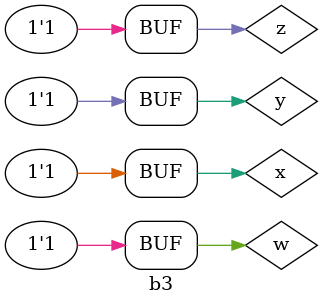
<source format=v>
module fxyz (output s1, output s2, input x, y, w, z);
assign s1 = (~x & ~y & ~w & ~z) | (~x & ~y & w & ~z) | (~x & ~y & w & z) | (~x & y & ~w & z) | (x & y & ~w & z) | (x & ~y & ~w & z); //x'.y'.z' + x'.y.z' + x.y.z'
assign s2 = ~w & z & (x | y) | ~x & ~y & (~z | ~w);
endmodule // fxyz

module b3;
reg x, y, w, z;
wire s1, s2;
// instancias
fxyz FXY (s1, s2, x, y, w, z);
// valores iniciais
initial begin: start
x=1'bx; y=1'bx; w=1'bx; z=1'bx;// indefinidos
end
// parte principal
initial begin: main
// identificacao
$display("Test boolean expression");
// monitoramento
$display(" x  y  w  z =   nao_simpl\tsimpl");
$monitor("%2b %2b %2b %2b = \t  %2b  \t\t%2b", x, y, w, z, s1, s2);
// sinalizacao
#1 x=0; y=0; w=0; z=0;
#1 x=0; y=0; w=0; z=1;
#1 x=0; y=0; w=1; z=0;
#1 x=0; y=0; w=1; z=1;
#1 x=0; y=1; w=0; z=0;
#1 x=0; y=1; w=0; z=1;
#1 x=0; y=1; w=1; z=0;
#1 x=0; y=1; w=1; z=1;
#1 x=1; y=0; w=0; z=0;
#1 x=1; y=0; w=0; z=1;
#1 x=1; y=0; w=1; z=0;
#1 x=1; y=0; w=1; z=1;
#1 x=1; y=1; w=0; z=0;
#1 x=1; y=1; w=0; z=1;
#1 x=1; y=1; w=1; z=0;
#1 x=1; y=1; w=1; z=1;
end
endmodule // test_module
</source>
